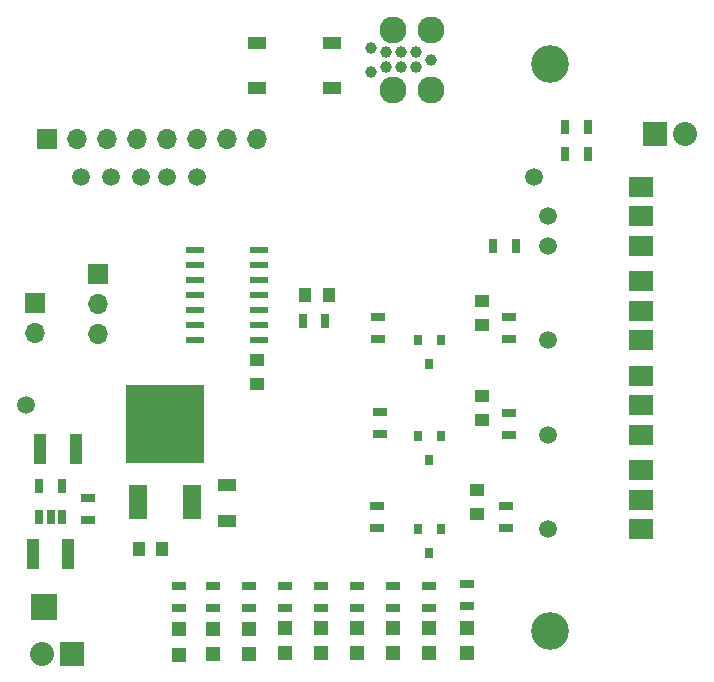
<source format=gbr>
G04 #@! TF.FileFunction,Soldermask,Top*
%FSLAX46Y46*%
G04 Gerber Fmt 4.6, Leading zero omitted, Abs format (unit mm)*
G04 Created by KiCad (PCBNEW 4.0.2-4+6225~38~ubuntu14.04.1-stable) date Thu 30 Mar 2017 04:50:54 PM CEST*
%MOMM*%
G01*
G04 APERTURE LIST*
%ADD10C,0.100000*%
%ADD11C,1.500000*%
%ADD12R,1.500000X0.600000*%
%ADD13R,1.300000X0.700000*%
%ADD14R,1.198880X1.198880*%
%ADD15R,1.250000X1.000000*%
%ADD16R,1.000000X1.250000*%
%ADD17R,1.000000X2.500000*%
%ADD18R,2.032000X2.032000*%
%ADD19O,2.032000X2.032000*%
%ADD20R,0.800000X0.900000*%
%ADD21R,0.700000X1.300000*%
%ADD22R,1.600000X1.000000*%
%ADD23R,0.740000X1.190000*%
%ADD24R,2.235200X2.235200*%
%ADD25C,3.200000*%
%ADD26R,2.000000X1.700000*%
%ADD27R,1.700000X1.700000*%
%ADD28O,1.700000X1.700000*%
%ADD29R,6.700000X6.700000*%
%ADD30R,1.600000X3.000000*%
%ADD31C,0.990600*%
%ADD32C,2.286000*%
%ADD33R,1.200000X1.200000*%
G04 APERTURE END LIST*
D10*
D11*
X104521000Y-135382000D03*
D12*
X114460000Y-149225000D03*
X114460000Y-147955000D03*
X114460000Y-146685000D03*
X114460000Y-145415000D03*
X114460000Y-144145000D03*
X114460000Y-142875000D03*
X114460000Y-141605000D03*
X109060000Y-141605000D03*
X109060000Y-142875000D03*
X109060000Y-144145000D03*
X109060000Y-145415000D03*
X109060000Y-146685000D03*
X109060000Y-147955000D03*
X109060000Y-149225000D03*
D13*
X116713000Y-169992000D03*
X116713000Y-171892000D03*
D14*
X116713000Y-173575980D03*
X116713000Y-175674020D03*
D15*
X114300000Y-150892000D03*
X114300000Y-152892000D03*
D16*
X104283000Y-166878000D03*
X106283000Y-166878000D03*
D17*
X95337500Y-167322500D03*
X98337500Y-167322500D03*
X95972500Y-158432500D03*
X98972500Y-158432500D03*
D15*
X132969000Y-163941000D03*
X132969000Y-161941000D03*
X133350000Y-155940000D03*
X133350000Y-153940000D03*
X133350000Y-147939000D03*
X133350000Y-145939000D03*
D14*
X110617000Y-173702980D03*
X110617000Y-175801020D03*
X113665000Y-173702980D03*
X113665000Y-175801020D03*
X125857000Y-173575980D03*
X125857000Y-175674020D03*
X128905000Y-173575980D03*
X128905000Y-175674020D03*
X132080000Y-173575980D03*
X132080000Y-175674020D03*
D18*
X98679000Y-175768000D03*
D19*
X96139000Y-175768000D03*
D18*
X148031200Y-131775200D03*
D19*
X150571200Y-131775200D03*
D20*
X129855000Y-165243000D03*
X127955000Y-165243000D03*
X128905000Y-167243000D03*
X129855000Y-157369000D03*
X127955000Y-157369000D03*
X128905000Y-159369000D03*
X129855000Y-149241000D03*
X127955000Y-149241000D03*
X128905000Y-151241000D03*
D21*
X118176000Y-147574000D03*
X120076000Y-147574000D03*
X136205000Y-141224000D03*
X134305000Y-141224000D03*
X140401000Y-131191000D03*
X142301000Y-131191000D03*
X140401000Y-133477000D03*
X142301000Y-133477000D03*
D13*
X100012500Y-164462500D03*
X100012500Y-162562500D03*
X110617000Y-169992000D03*
X110617000Y-171892000D03*
X113665000Y-169992000D03*
X113665000Y-171892000D03*
X124460000Y-163261000D03*
X124460000Y-165161000D03*
X124714000Y-155260000D03*
X124714000Y-157160000D03*
X124587000Y-147259000D03*
X124587000Y-149159000D03*
X125857000Y-171892000D03*
X125857000Y-169992000D03*
X128905000Y-171892000D03*
X128905000Y-169992000D03*
X132080000Y-171765000D03*
X132080000Y-169865000D03*
X135382000Y-165161000D03*
X135382000Y-163261000D03*
X135636000Y-157287000D03*
X135636000Y-155387000D03*
X135636000Y-149159000D03*
X135636000Y-147259000D03*
D22*
X120675000Y-127884000D03*
X114275000Y-127884000D03*
X120675000Y-124084000D03*
X114275000Y-124084000D03*
D11*
X137795000Y-135382000D03*
X138938000Y-138684000D03*
X138938000Y-141224000D03*
X94742000Y-154686000D03*
X138938000Y-165227000D03*
X138938000Y-157226000D03*
X138938000Y-149225000D03*
D23*
X95887500Y-161527500D03*
X97787500Y-161527500D03*
X96837500Y-164227500D03*
X95887500Y-164227500D03*
X97787500Y-164227500D03*
D14*
X119761000Y-173575980D03*
X119761000Y-175674020D03*
X122809000Y-173575980D03*
X122809000Y-175674020D03*
D13*
X119761000Y-169992000D03*
X119761000Y-171892000D03*
X122809000Y-169992000D03*
X122809000Y-171892000D03*
D24*
X96266000Y-171831000D03*
D11*
X99441000Y-135382000D03*
X101981000Y-135382000D03*
D22*
X111810800Y-164491800D03*
X111810800Y-161491800D03*
D25*
X139086000Y-125860000D03*
X139086000Y-173860000D03*
D16*
X118380000Y-145415000D03*
X120380000Y-145415000D03*
D26*
X146812000Y-141224000D03*
X146812000Y-138724000D03*
X146812000Y-136224000D03*
X146812000Y-144224000D03*
X146812000Y-146724000D03*
X146812000Y-149224000D03*
X146812000Y-152224000D03*
X146812000Y-154724000D03*
X146812000Y-157224000D03*
X146812000Y-160224000D03*
X146812000Y-162724000D03*
X146812000Y-165224000D03*
D27*
X96520000Y-132207000D03*
D28*
X99060000Y-132207000D03*
X101600000Y-132207000D03*
X104140000Y-132207000D03*
X106680000Y-132207000D03*
X109220000Y-132207000D03*
X111760000Y-132207000D03*
X114300000Y-132207000D03*
D11*
X106680000Y-135382000D03*
X109220000Y-135382000D03*
D29*
X106502200Y-156286200D03*
D30*
X108802200Y-162936200D03*
X104202200Y-162936200D03*
D31*
X127762000Y-124841000D03*
X127762000Y-126111000D03*
X126492000Y-124841000D03*
X126492000Y-126111000D03*
X125222000Y-124841000D03*
X125222000Y-126111000D03*
X123952000Y-126492000D03*
X123952000Y-124460000D03*
X129032000Y-125476000D03*
D32*
X129032000Y-128016000D03*
X129032000Y-122936000D03*
X125857000Y-128016000D03*
X125857000Y-122936000D03*
D27*
X95504000Y-146050000D03*
D28*
X95504000Y-148590000D03*
D33*
X107696000Y-173652000D03*
X107696000Y-175852000D03*
D27*
X100812600Y-143586200D03*
D28*
X100812600Y-146126200D03*
X100812600Y-148666200D03*
D13*
X107696000Y-171892000D03*
X107696000Y-169992000D03*
M02*

</source>
